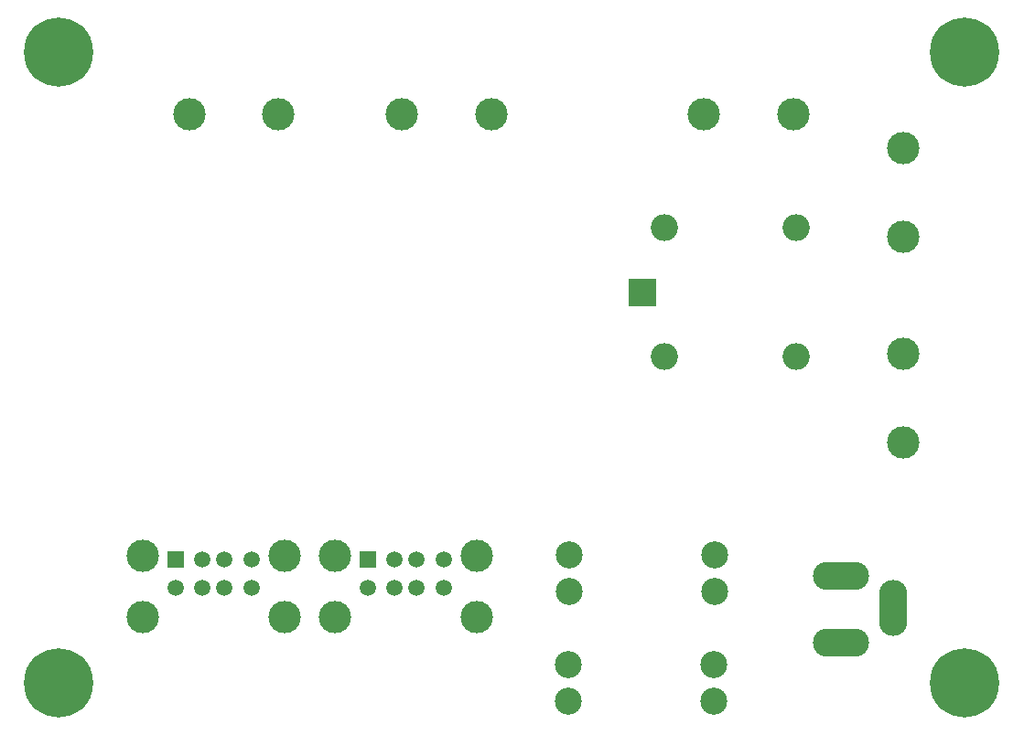
<source format=gbs>
%TF.GenerationSoftware,KiCad,Pcbnew,6.0.1+dfsg-1*%
%TF.CreationDate,2022-01-27T04:31:12+00:00*%
%TF.ProjectId,powerbox,706f7765-7262-46f7-982e-6b696361645f,rev?*%
%TF.SameCoordinates,Original*%
%TF.FileFunction,Soldermask,Bot*%
%TF.FilePolarity,Negative*%
%FSLAX46Y46*%
G04 Gerber Fmt 4.6, Leading zero omitted, Abs format (unit mm)*
G04 Created by KiCad (PCBNEW 6.0.1+dfsg-1) date 2022-01-27 04:31:12*
%MOMM*%
%LPD*%
G01*
G04 APERTURE LIST*
%ADD10O,5.200000X2.600000*%
%ADD11O,2.600000X5.200000*%
%ADD12C,3.000000*%
%ADD13R,1.500000X1.500000*%
%ADD14C,1.500000*%
%ADD15R,2.500000X2.500000*%
%ADD16O,2.500000X2.500000*%
%ADD17C,6.400000*%
%ADD18C,2.500000*%
G04 APERTURE END LIST*
D10*
%TO.C,J2*%
X184150000Y-145000000D03*
X184150000Y-151250000D03*
D11*
X188950000Y-148000000D03*
%TD*%
D12*
%TO.C,J8*%
X143510000Y-102235000D03*
X151760000Y-102235000D03*
%TD*%
%TO.C,SW2*%
X189865000Y-105410000D03*
X189865000Y-113660000D03*
%TD*%
D13*
%TO.C,J3*%
X122555000Y-143510000D03*
D14*
X125055000Y-143510000D03*
X127055000Y-143510000D03*
X129555000Y-143510000D03*
X122555000Y-146130000D03*
X125055000Y-146130000D03*
X127055000Y-146130000D03*
X129555000Y-146130000D03*
D12*
X132625000Y-143160000D03*
X119485000Y-148840000D03*
X132625000Y-148840000D03*
X119485000Y-143160000D03*
%TD*%
D15*
%TO.C,K1*%
X165735000Y-118745000D03*
D16*
X167735000Y-124745000D03*
X179935000Y-124745000D03*
X179935000Y-112745000D03*
X167735000Y-112745000D03*
%TD*%
D17*
%TO.C,REF\u002A\u002A*%
X195580000Y-96520000D03*
%TD*%
D12*
%TO.C,SW1*%
X189865000Y-124460000D03*
X189865000Y-132710000D03*
%TD*%
D17*
%TO.C,REF\u002A\u002A*%
X111760000Y-154940000D03*
%TD*%
%TO.C,REF\u002A\u002A*%
X111760000Y-96520000D03*
%TD*%
D13*
%TO.C,J4*%
X140335000Y-143510000D03*
D14*
X142835000Y-143510000D03*
X144835000Y-143510000D03*
X147335000Y-143510000D03*
X140335000Y-146130000D03*
X142835000Y-146130000D03*
X144835000Y-146130000D03*
X147335000Y-146130000D03*
D12*
X150405000Y-143160000D03*
X150405000Y-148840000D03*
X137265000Y-143160000D03*
X137265000Y-148840000D03*
%TD*%
D17*
%TO.C,REF\u002A\u002A*%
X195580000Y-154940000D03*
%TD*%
D12*
%TO.C,J1*%
X171450000Y-102235000D03*
X179700000Y-102235000D03*
%TD*%
%TO.C,J7*%
X123825000Y-102235000D03*
X132075000Y-102235000D03*
%TD*%
D18*
%TO.C,F1*%
X172470000Y-143080000D03*
X172470000Y-146480000D03*
X159000000Y-143080000D03*
X159000000Y-146480000D03*
%TD*%
%TO.C,F2*%
X158873000Y-153240000D03*
X158873000Y-156640000D03*
X172343000Y-153240000D03*
X172343000Y-156640000D03*
%TD*%
M02*

</source>
